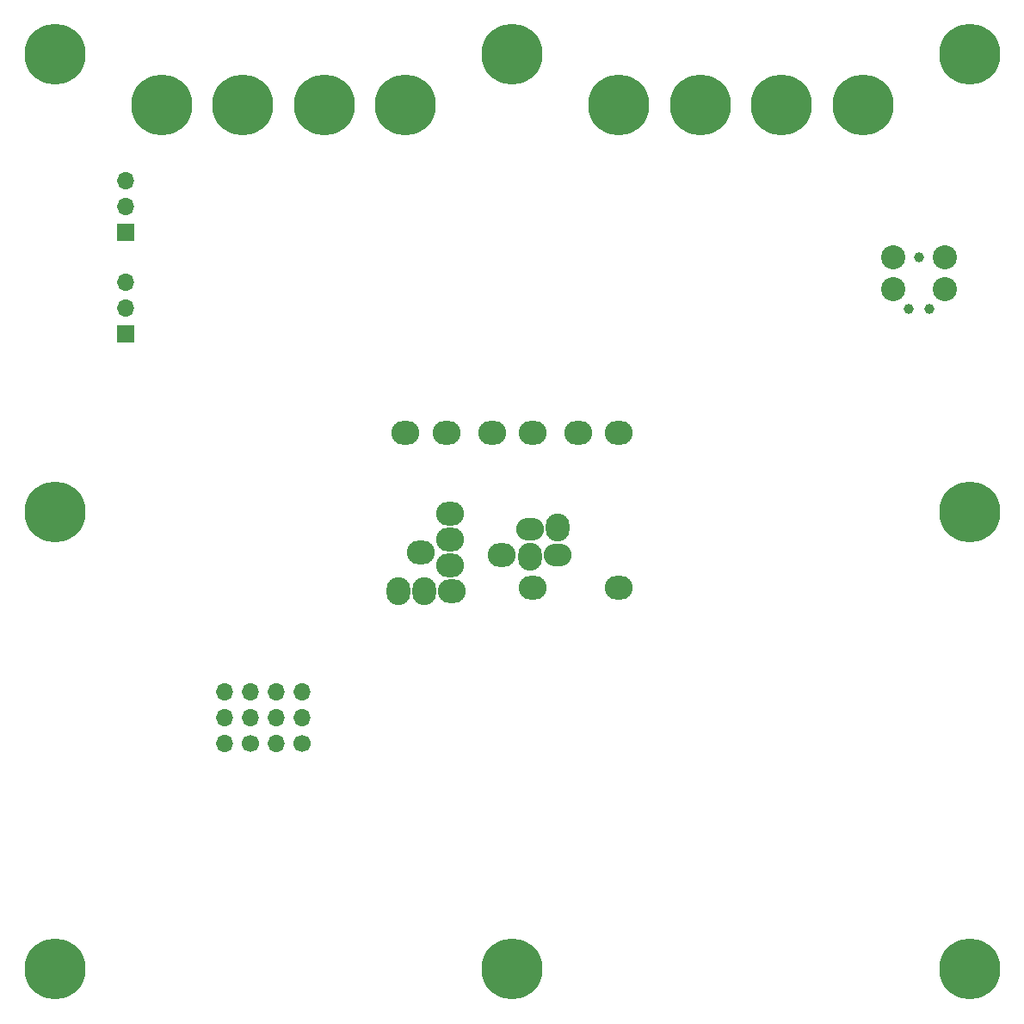
<source format=gbr>
%TF.GenerationSoftware,KiCad,Pcbnew,(6.0.0)*%
%TF.CreationDate,2022-08-21T23:10:39+12:00*%
%TF.ProjectId,TEST_FIXTURE,54455354-5f46-4495-9854-5552452e6b69,v1.0*%
%TF.SameCoordinates,Original*%
%TF.FileFunction,Soldermask,Bot*%
%TF.FilePolarity,Negative*%
%FSLAX46Y46*%
G04 Gerber Fmt 4.6, Leading zero omitted, Abs format (unit mm)*
G04 Created by KiCad (PCBNEW (6.0.0)) date 2022-08-21 23:10:39*
%MOMM*%
%LPD*%
G01*
G04 APERTURE LIST*
%ADD10C,3.400000*%
%ADD11C,6.000000*%
%ADD12O,1.700000X1.700000*%
%ADD13R,1.700000X1.700000*%
%ADD14C,2.374900*%
%ADD15C,0.990600*%
%ADD16O,2.750000X2.340000*%
%ADD17O,2.340000X2.750000*%
%ADD18O,2.750000X2.200000*%
%ADD19C,1.700000*%
G04 APERTURE END LIST*
D10*
%TO.C,H16*%
X234500000Y-110000000D03*
D11*
X234500000Y-110000000D03*
%TD*%
D10*
%TO.C,H15*%
X226500000Y-110000000D03*
D11*
X226500000Y-110000000D03*
%TD*%
D12*
%TO.C,J4*%
X162000000Y-127420000D03*
X162000000Y-129960000D03*
D13*
X162000000Y-132500000D03*
%TD*%
D12*
%TO.C,J3*%
X162000000Y-117420000D03*
X162000000Y-119960000D03*
D13*
X162000000Y-122500000D03*
%TD*%
D14*
%TO.C,J5*%
X237460000Y-124960000D03*
X242540000Y-124960000D03*
X242540000Y-128135000D03*
X237460000Y-128135000D03*
D15*
X241016000Y-130040000D03*
X238984000Y-130040000D03*
X240000000Y-124960000D03*
%TD*%
D10*
%TO.C,H14*%
X181500000Y-110000000D03*
D11*
X181500000Y-110000000D03*
%TD*%
D10*
%TO.C,H13*%
X165500000Y-110000000D03*
D11*
X165500000Y-110000000D03*
%TD*%
D10*
%TO.C,H12*%
X173500000Y-110000000D03*
D11*
X173500000Y-110000000D03*
%TD*%
D10*
%TO.C,H11*%
X189500000Y-110000000D03*
D11*
X189500000Y-110000000D03*
%TD*%
D10*
%TO.C,H10*%
X210500000Y-110000000D03*
D11*
X210500000Y-110000000D03*
%TD*%
D10*
%TO.C,H9*%
X218500000Y-110000000D03*
D11*
X218500000Y-110000000D03*
%TD*%
D16*
%TO.C,J13*%
X206500000Y-142250000D03*
%TD*%
%TO.C,J14*%
X202000000Y-142250000D03*
%TD*%
%TO.C,J30*%
X199000000Y-154250000D03*
%TD*%
%TO.C,J15*%
X198000000Y-142250000D03*
%TD*%
%TO.C,J25*%
X210500000Y-157500000D03*
%TD*%
%TO.C,J21*%
X193850000Y-150190000D03*
%TD*%
D17*
%TO.C,J23*%
X188770000Y-157810000D03*
%TD*%
D16*
%TO.C,J17*%
X189500000Y-142250000D03*
%TD*%
D11*
%TO.C,H8*%
X155000000Y-150000000D03*
D10*
X155000000Y-150000000D03*
%TD*%
D16*
%TO.C,J12*%
X210500000Y-142250000D03*
%TD*%
D18*
%TO.C,J28*%
X204500000Y-154250000D03*
%TD*%
D16*
%TO.C,J26*%
X191000000Y-154000000D03*
%TD*%
%TO.C,J19*%
X193850000Y-155270000D03*
%TD*%
D11*
%TO.C,H2*%
X200000000Y-195000000D03*
D10*
X200000000Y-195000000D03*
%TD*%
D17*
%TO.C,J27*%
X201750000Y-154455000D03*
%TD*%
D16*
%TO.C,J20*%
X193850000Y-152730000D03*
%TD*%
D18*
%TO.C,J29*%
X201750000Y-151750000D03*
%TD*%
D17*
%TO.C,J22*%
X191310000Y-157810000D03*
%TD*%
%TO.C,J31*%
X204500000Y-151545000D03*
%TD*%
D11*
%TO.C,H1*%
X155000000Y-195000000D03*
D10*
X155000000Y-195000000D03*
%TD*%
D11*
%TO.C,H5*%
X245000000Y-105000000D03*
D10*
X245000000Y-105000000D03*
%TD*%
%TO.C,H7*%
X155000000Y-105000000D03*
D11*
X155000000Y-105000000D03*
%TD*%
%TO.C,H4*%
X245000000Y-150000000D03*
D10*
X245000000Y-150000000D03*
%TD*%
D16*
%TO.C,J18*%
X194055000Y-157810000D03*
%TD*%
D19*
%TO.C,J1*%
X179280000Y-172800000D03*
D12*
X176740000Y-172800000D03*
X179280000Y-170260000D03*
X176740000Y-170260000D03*
X179280000Y-167720000D03*
X176740000Y-167720000D03*
%TD*%
D16*
%TO.C,J24*%
X202000000Y-157500000D03*
%TD*%
D11*
%TO.C,H6*%
X200000000Y-105000000D03*
D10*
X200000000Y-105000000D03*
%TD*%
D16*
%TO.C,J16*%
X193500000Y-142250000D03*
%TD*%
D19*
%TO.C,J2*%
X174200000Y-172800000D03*
D12*
X171660000Y-172800000D03*
X174200000Y-170260000D03*
X171660000Y-170260000D03*
X174200000Y-167720000D03*
X171660000Y-167720000D03*
%TD*%
D11*
%TO.C,H3*%
X245000000Y-195000000D03*
D10*
X245000000Y-195000000D03*
%TD*%
M02*

</source>
